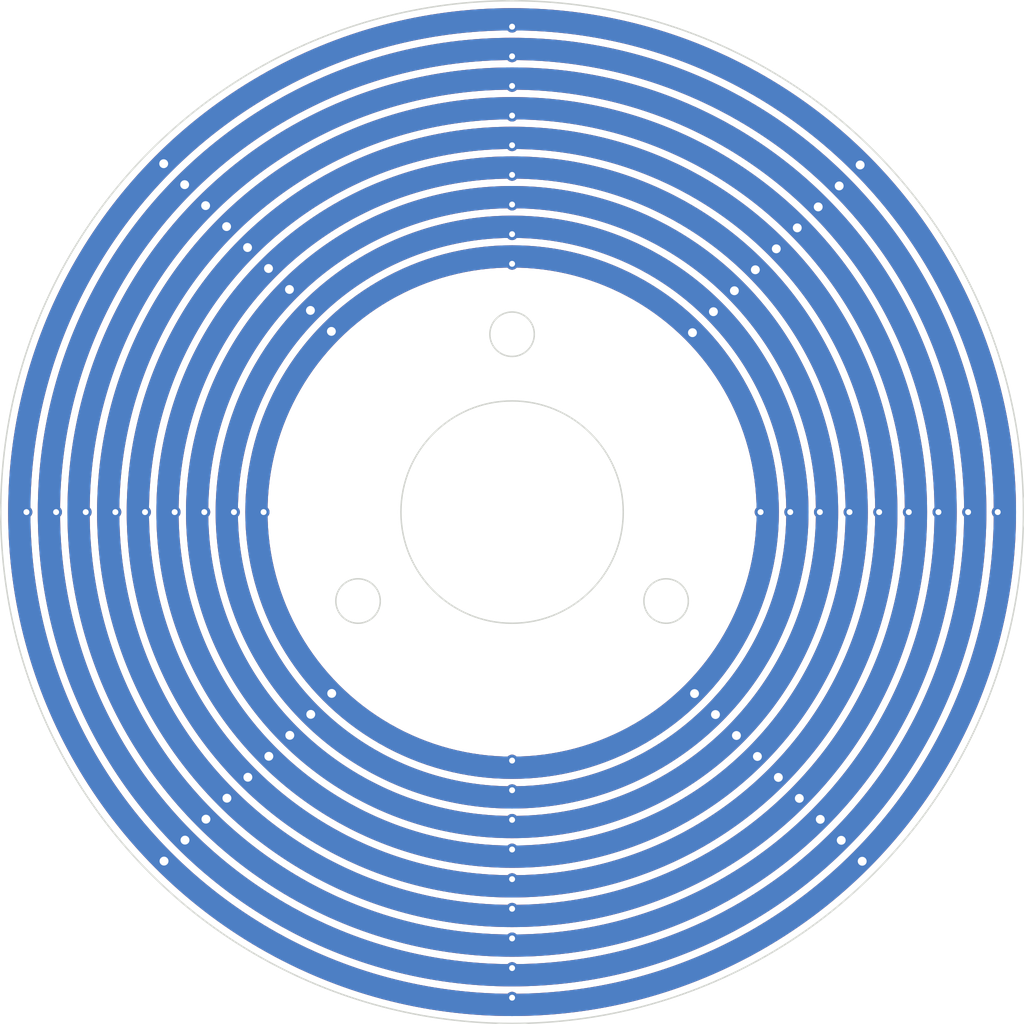
<source format=kicad_pcb>
(kicad_pcb
	(version 20241229)
	(generator "pcbnew")
	(generator_version "9.0")
	(general
		(thickness 1.6)
		(legacy_teardrops no)
	)
	(paper "A4")
	(layers
		(0 "F.Cu" signal)
		(2 "B.Cu" signal)
		(9 "F.Adhes" user "F.Adhesive")
		(11 "B.Adhes" user "B.Adhesive")
		(13 "F.Paste" user)
		(15 "B.Paste" user)
		(5 "F.SilkS" user "F.Silkscreen")
		(7 "B.SilkS" user "B.Silkscreen")
		(1 "F.Mask" user)
		(3 "B.Mask" user)
		(17 "Dwgs.User" user "User.Drawings")
		(19 "Cmts.User" user "User.Comments")
		(21 "Eco1.User" user "User.Eco1")
		(23 "Eco2.User" user "User.Eco2")
		(25 "Edge.Cuts" user)
		(27 "Margin" user)
		(31 "F.CrtYd" user "F.Courtyard")
		(29 "B.CrtYd" user "B.Courtyard")
		(35 "F.Fab" user)
		(33 "B.Fab" user)
		(39 "User.1" user)
		(41 "User.2" user)
		(43 "User.3" user)
		(45 "User.4" user)
	)
	(setup
		(pad_to_mask_clearance 0)
		(allow_soldermask_bridges_in_footprints no)
		(tenting front back)
		(grid_origin 111.467 88.265)
		(pcbplotparams
			(layerselection 0x00000000_00000000_55555555_5755f5ff)
			(plot_on_all_layers_selection 0x00000000_00000000_00000000_00000000)
			(disableapertmacros no)
			(usegerberextensions no)
			(usegerberattributes yes)
			(usegerberadvancedattributes yes)
			(creategerberjobfile yes)
			(dashed_line_dash_ratio 12.000000)
			(dashed_line_gap_ratio 3.000000)
			(svgprecision 4)
			(plotframeref no)
			(mode 1)
			(useauxorigin no)
			(hpglpennumber 1)
			(hpglpenspeed 20)
			(hpglpendiameter 15.000000)
			(pdf_front_fp_property_popups yes)
			(pdf_back_fp_property_popups yes)
			(pdf_metadata yes)
			(pdf_single_document no)
			(dxfpolygonmode yes)
			(dxfimperialunits yes)
			(dxfusepcbnewfont yes)
			(psnegative no)
			(psa4output no)
			(plot_black_and_white yes)
			(sketchpadsonfab no)
			(plotpadnumbers no)
			(hidednponfab no)
			(sketchdnponfab yes)
			(crossoutdnponfab yes)
			(subtractmaskfromsilk no)
			(outputformat 1)
			(mirror no)
			(drillshape 0)
			(scaleselection 1)
			(outputdirectory "C:/Users/bhavy/OneDrive/Documents/GitHub/IMU-Turntable/build/PCB/X_pogo-ring/X_pogo-ring_GERBER/X_pogo-ring_DRILL/")
		)
	)
	(net 0 "")
	(net 1 "1")
	(net 2 "2")
	(net 3 "3")
	(net 4 "4")
	(net 5 "5")
	(net 6 "6")
	(net 7 "7")
	(net 8 "8")
	(net 9 "9")
	(gr_circle
		(center 111.467 88.265)
		(end 169.967 88.265)
		(stroke
			(width 3)
			(type solid)
		)
		(fill no)
		(layer "F.Cu")
		(net 7)
		(uuid "0207a65d-a442-4472-ad4b-e0b6c6794227")
	)
	(gr_circle
		(center 111.467 88.265)
		(end 153.967 88.265)
		(stroke
			(width 3)
			(type solid)
		)
		(fill no)
		(layer "F.Cu")
		(net 3)
		(uuid "06cecd5f-e377-4c31-9678-b82752d8c72f")
	)
	(gr_circle
		(center 111.467 88.265)
		(end 149.967 88.265)
		(stroke
			(width 3)
			(type solid)
		)
		(fill no)
		(layer "F.Cu")
		(net 2)
		(uuid "16bc7e30-57e8-4bc0-8dce-3e32db6e7b8b")
	)
	(gr_circle
		(center 111.467 88.265)
		(end 165.967 88.265)
		(stroke
			(width 3)
			(type solid)
		)
		(fill no)
		(layer "F.Cu")
		(net 6)
		(uuid "317c1c4c-a2bf-452b-9ffe-e852c797657c")
	)
	(gr_circle
		(center 111.467 88.265)
		(end 161.967 88.265)
		(stroke
			(width 3)
			(type solid)
		)
		(fill no)
		(layer "F.Cu")
		(net 5)
		(uuid "47b03ea6-4bcd-4f00-b393-9cf3ab381319")
	)
	(gr_circle
		(center 111.467 88.265)
		(end 173.967 88.265)
		(stroke
			(width 3)
			(type solid)
		)
		(fill no)
		(layer "F.Cu")
		(net 8)
		(uuid "88350ff0-0601-4549-a8d7-152b0b3ac63a")
	)
	(gr_circle
		(center 111.467 88.265)
		(end 145.967 88.265)
		(stroke
			(width 3)
			(type solid)
		)
		(fill no)
		(layer "F.Cu")
		(net 1)
		(uuid "93142da1-ed91-4ab3-95f6-c582866494c8")
	)
	(gr_circle
		(center 111.467 88.265)
		(end 157.967 88.265)
		(stroke
			(width 3)
			(type solid)
		)
		(fill no)
		(layer "F.Cu")
		(net 4)
		(uuid "97544ca9-04e4-43e3-a5ef-ffa392366e8e")
	)
	(gr_circle
		(center 111.467 88.265)
		(end 177.967 88.265)
		(stroke
			(width 3)
			(type solid)
		)
		(fill no)
		(layer "F.Cu")
		(net 9)
		(uuid "a79fc40f-0570-4a85-a82c-b238b2dc5ad8")
	)
	(gr_circle
		(center 111.467 88.265)
		(end 173.967 88.265)
		(stroke
			(width 3)
			(type solid)
		)
		(fill no)
		(layer "B.Cu")
		(net 8)
		(uuid "086beef9-4e46-4682-86ac-a841c1ecb9a1")
	)
	(gr_circle
		(center 111.467 88.265)
		(end 153.967 88.265)
		(stroke
			(width 3)
			(type solid)
		)
		(fill no)
		(layer "B.Cu")
		(net 3)
		(uuid "1d24ab49-eab5-494d-aa8f-641630e27188")
	)
	(gr_circle
		(center 111.467 88.265)
		(end 169.967 88.265)
		(stroke
			(width 3)
			(type solid)
		)
		(fill no)
		(layer "B.Cu")
		(net 7)
		(uuid "2a7677e8-d810-474f-8b64-bae514b8b63f")
	)
	(gr_circle
		(center 111.467 88.265)
		(end 177.967 88.265)
		(stroke
			(width 3)
			(type solid)
		)
		(fill no)
		(layer "B.Cu")
		(net 9)
		(uuid "2d030b05-1322-483c-a99a-66d5264251f9")
	)
	(gr_circle
		(center 111.467 88.265)
		(end 161.967 88.265)
		(stroke
			(width 3)
			(type solid)
		)
		(fill no)
		(layer "B.Cu")
		(net 5)
		(uuid "4fbabc3d-5c4b-4cc6-87ce-21eaee04acd8")
	)
	(gr_circle
		(center 111.467 88.265)
		(end 165.967 88.265)
		(stroke
			(width 3)
			(type solid)
		)
		(fill no)
		(layer "B.Cu")
		(net 6)
		(uuid "7eb0af4c-6d1a-454d-9d83-724f935de261")
	)
	(gr_circle
		(center 111.467 88.265)
		(end 157.967 88.265)
		(stroke
			(width 3)
			(type solid)
		)
		(fill no)
		(layer "B.Cu")
		(net 4)
		(uuid "9018abab-c5a5-4ac5-a4dd-52dcba0ea02c")
	)
	(gr_circle
		(center 111.467 88.265)
		(end 145.967 88.265)
		(stroke
			(width 3)
			(type solid)
		)
		(fill no)
		(layer "B.Cu")
		(net 1)
		(uuid "9abd5089-2a62-43d7-9fe0-c49bfbdab3db")
	)
	(gr_circle
		(center 111.467 88.265)
		(end 149.967 88.265)
		(stroke
			(width 3)
			(type solid)
		)
		(fill no)
		(layer "B.Cu")
		(net 2)
		(uuid "e685d331-b67e-4c00-a298-844c28bfa887")
	)
	(gr_circle
		(center 111.467 88.265)
		(end 180.467 88.265)
		(stroke
			(width 0.2)
			(type solid)
		)
		(fill no)
		(layer "Edge.Cuts")
		(uuid "00e949d0-da5e-44bc-8186-d57ddbd4156b")
	)
	(gr_circle
		(center 132.25161 100.265)
		(end 135.25161 100.265)
		(stroke
			(width 0.2)
			(type solid)
		)
		(fill no)
		(layer "Edge.Cuts")
		(uuid "2646a430-638e-433a-a83a-b55a7da25ae2")
	)
	(gr_circle
		(center 111.467 64.265)
		(end 114.467 64.265)
		(stroke
			(width 0.2)
			(type solid)
		)
		(fill no)
		(layer "Edge.Cuts")
		(uuid "59641e63-72d8-428f-a0ec-3558928c7b0d")
	)
	(gr_circle
		(center 90.68239 100.265)
		(end 93.68239 100.265)
		(stroke
			(width 0.2)
			(type solid)
		)
		(fill no)
		(layer "Edge.Cuts")
		(uuid "bc181a0c-39e6-4640-9164-8468063ee6cc")
	)
	(gr_circle
		(center 111.467 88.265)
		(end 126.467 88.265)
		(stroke
			(width 0.2)
			(type solid)
		)
		(fill no)
		(layer "Edge.Cuts")
		(uuid "ddbb7fd2-de7e-4dd5-adf1-456561fe1ca4")
	)
	(via
		(at 87.128135 112.730865)
		(size 2)
		(drill 1.2)
		(layers "F.Cu" "B.Cu")
		(free yes)
		(net 1)
		(uuid "22085882-4dab-4318-ae2b-cd58b23beebf")
	)
	(via
		(at 136.083583 112.754583)
		(size 2)
		(drill 1.2)
		(layers "F.Cu" "B.Cu")
		(free yes)
		(net 1)
		(uuid "22711bb3-980a-46da-bade-18a422e14234")
	)
	(via
		(at 111.467 54.765)
		(size 1.6)
		(drill 0.8)
		(layers "F.Cu" "B.Cu")
		(free yes)
		(net 1)
		(uuid "ad9d12a2-36ed-43fd-a478-25431abf9202")
	)
	(via
		(at 144.998 88.265)
		(size 1.6)
		(drill 0.8)
		(layers "F.Cu" "B.Cu")
		(free yes)
		(net 1)
		(uuid "c5623480-07c8-4004-9155-7d6388cd2d62")
	)
	(via
		(at 77.936 88.265)
		(size 1.6)
		(drill 0.8)
		(layers "F.Cu" "B.Cu")
		(free yes)
		(net 1)
		(uuid "cd40b16e-9060-4fe5-8eca-616f4e7448ab")
	)
	(via
		(at 111.467 121.794)
		(size 1.6)
		(drill 0.8)
		(layers "F.Cu" "B.Cu")
		(free yes)
		(net 1)
		(uuid "d5886b68-6735-4998-a5c7-7cf765e5714b")
	)
	(via
		(at 135.805865 64.053135)
		(size 2)
		(drill 1.2)
		(layers "F.Cu" "B.Cu")
		(free yes)
		(net 1)
		(uuid "edddd3f5-f48d-4a8b-9943-799a91583636")
	)
	(via
		(at 87.083 63.881)
		(size 2)
		(drill 1.2)
		(layers "F.Cu" "B.Cu")
		(free yes)
		(net 1)
		(uuid "ee42a3e6-714f-401e-976e-faf975ec937d")
	)
	(via
		(at 148.998 88.265)
		(size 1.6)
		(drill 0.8)
		(layers "F.Cu" "B.Cu")
		(free yes)
		(net 2)
		(uuid "117969eb-a990-4320-be01-15e6c9359699")
	)
	(via
		(at 111.467 125.794)
		(size 1.6)
		(drill 0.8)
		(layers "F.Cu" "B.Cu")
		(free yes)
		(net 2)
		(uuid "322df605-1a2f-4721-84e7-cb07dbe63507")
	)
	(via
		(at 84.254573 61.052573)
		(size 2)
		(drill 1.2)
		(layers "F.Cu" "B.Cu")
		(free yes)
		(net 2)
		(uuid "5cd3f10a-803a-465b-9af8-2be92fc41e05")
	)
	(via
		(at 73.936 88.265)
		(size 1.6)
		(drill 0.8)
		(layers "F.Cu" "B.Cu")
		(free yes)
		(net 2)
		(uuid "6e0ca517-fade-4256-aadb-cf56daab5d0b")
	)
	(via
		(at 84.299708 115.559292)
		(size 2)
		(drill 1.2)
		(layers "F.Cu" "B.Cu")
		(free yes)
		(net 2)
		(uuid "7d1efc94-2169-44c9-b30a-e65d587bf15d")
	)
	(via
		(at 138.634292 61.224708)
		(size 2)
		(drill 1.2)
		(layers "F.Cu" "B.Cu")
		(free yes)
		(net 2)
		(uuid "9cf0edef-4dc4-4246-a34f-f704987b0436")
	)
	(via
		(at 138.91201 115.58301)
		(size 2)
		(drill 1.2)
		(layers "F.Cu" "B.Cu")
		(free yes)
		(net 2)
		(uuid "ad6893a1-cae0-4710-9d46-22a94509337c")
	)
	(via
		(at 111.467 50.765)
		(size 1.6)
		(drill 0.8)
		(layers "F.Cu" "B.Cu")
		(free yes)
		(net 2)
		(uuid "f1aa4b2d-76c2-4ee8-9016-b5ea71946c11")
	)
	(via
		(at 81.426146 58.224146)
		(size 2)
		(drill 1.2)
		(layers "F.Cu" "B.Cu")
		(free yes)
		(net 3)
		(uuid "45dbf971-cd57-433b-9167-6ccc7ff13b21")
	)
	(via
		(at 69.936 88.265)
		(size 1.6)
		(drill 0.8)
		(layers "F.Cu" "B.Cu")
		(free yes)
		(net 3)
		(uuid "4ad40b18-dca2-4506-91cd-e80fe83bf157")
	)
	(via
		(at 81.471281 118.387719)
		(size 2)
		(drill 1.2)
		(layers "F.Cu" "B.Cu")
		(free yes)
		(net 3)
		(uuid "670fdbd8-c612-4c6a-acd7-eeebff7e06cd")
	)
	(via
		(at 111.467 46.765)
		(size 1.6)
		(drill 0.8)
		(layers "F.Cu" "B.Cu")
		(free yes)
		(net 3)
		(uuid "828676b5-5cc9-44d1-89da-ab3e45a650ae")
	)
	(via
		(at 152.998 88.265)
		(size 1.6)
		(drill 0.8)
		(layers "F.Cu" "B.Cu")
		(free yes)
		(net 3)
		(uuid "96bc3ef6-a30f-4123-9d4a-450c6bc979b8")
	)
	(via
		(at 141.740437 118.411437)
		(size 2)
		(drill 1.2)
		(layers "F.Cu" "B.Cu")
		(free yes)
		(net 3)
		(uuid "a5ec846f-f287-4310-b794-e06add126386")
	)
	(via
		(at 111.467 129.794)
		(size 1.6)
		(drill 0.8)
		(layers "F.Cu" "B.Cu")
		(free yes)
		(net 3)
		(uuid "f36c5736-4165-4c03-b514-8f1a79a94980")
	)
	(via
		(at 141.462719 58.396281)
		(size 2)
		(drill 1.2)
		(layers "F.Cu" "B.Cu")
		(free yes)
		(net 3)
		(uuid "f42abace-783c-4def-a108-07574adf5e8f")
	)
	(via
		(at 111.467 42.765)
		(size 1.6)
		(drill 0.8)
		(layers "F.Cu" "B.Cu")
		(free yes)
		(net 4)
		(uuid "03e5e273-0abf-49b6-b383-ea96d19ed413")
	)
	(via
		(at 78.642854 121.216146)
		(size 2)
		(drill 1.2)
		(layers "F.Cu" "B.Cu")
		(free yes)
		(net 4)
		(uuid "2258c64a-1675-4db7-9322-d5dfe12894ef")
	)
	(via
		(at 156.998 88.265)
		(size 1.6)
		(drill 0.8)
		(layers "F.Cu" "B.Cu")
		(free yes)
		(net 4)
		(uuid "466d28ea-fbdb-43cd-8e59-64bf0581bf48")
	)
	(via
		(at 78.597719 55.395719)
		(size 2)
		(drill 1.2)
		(layers "F.Cu" "B.Cu")
		(free yes)
		(net 4)
		(uuid "88048882-574f-4c12-bc7b-1eb2b85dbf33")
	)
	(via
		(at 144.291146 55.567854)
		(size 2)
		(drill 1.2)
		(layers "F.Cu" "B.Cu")
		(free yes)
		(net 4)
		(uuid "ab0275a7-b135-461f-bb5b-5597809504cf")
	)
	(via
		(at 111.467 133.794)
		(size 1.6)
		(drill 0.8)
		(layers "F.Cu" "B.Cu")
		(free yes)
		(net 4)
		(uuid "b00e97ce-0a54-442a-a63e-5de5523b7829")
	)
	(via
		(at 65.936 88.265)
		(size 1.6)
		(drill 0.8)
		(layers "F.Cu" "B.Cu")
		(free yes)
		(net 4)
		(uuid "cd600688-d9ba-4530-be50-e34c77ffe619")
	)
	(via
		(at 144.568864 121.239864)
		(size 2)
		(drill 1.2)
		(layers "F.Cu" "B.Cu")
		(free yes)
		(net 4)
		(uuid "d3d3161a-095e-4e93-be57-f5babfffc799")
	)
	(via
		(at 160.998 88.265)
		(size 1.6)
		(drill 0.8)
		(layers "F.Cu" "B.Cu")
		(free yes)
		(net 5)
		(uuid "0968f936-6a77-47c7-be39-8a175fc0d3b2")
	)
	(via
		(at 61.936 88.265)
		(size 1.6)
		(drill 0.8)
		(layers "F.Cu" "B.Cu")
		(free yes)
		(net 5)
		(uuid "1049d1a3-34e8-4b47-9041-585592804167")
	)
	(via
		(at 75.814427 124.044573)
		(size 2)
		(drill 1.2)
		(layers "F.Cu" "B.Cu")
		(free yes)
		(net 5)
		(uuid "11172f96-e747-4ca9-9adf-6e7db55392fa")
	)
	(via
		(at 147.119573 52.739427)
		(size 2)
		(drill 1.2)
		(layers "F.Cu" "B.Cu")
		(free yes)
		(net 5)
		(uuid "3d43a34b-a0e8-4882-9f4a-b9af05aa9509")
	)
	(via
		(at 111.467 137.794)
		(size 1.6)
		(drill 0.8)
		(layers "F.Cu" "B.Cu")
		(free yes)
		(net 5)
		(uuid "4cbe44a5-f7f0-44fa-82ac-f585e5821f98")
	)
	(via
		(at 147.397291 124.068291)
		(size 2)
		(drill 1.2)
		(layers "F.Cu" "B.Cu")
		(free yes)
		(net 5)
		(uuid "720a85b2-5f02-4e49-8b13-de44b739de56")
	)
	(via
		(at 111.467 38.765)
		(size 1.6)
		(drill 0.8)
		(layers "F.Cu" "B.Cu")
		(free yes)
		(net 5)
		(uuid "8b486dcd-c300-4608-bf44-34f2903e95ee")
	)
	(via
		(at 75.769292 52.567292)
		(size 2)
		(drill 1.2)
		(layers "F.Cu" "B.Cu")
		(free yes)
		(net 5)
		(uuid "f1fe3517-c07e-489a-af3f-07f8b82fd8a6")
	)
	(via
		(at 72.940865 49.738865)
		(size 2)
		(drill 1.2)
		(layers "F.Cu" "B.Cu")
		(free yes)
		(net 6)
		(uuid "1b038aa8-63e6-459c-a6fd-45d6deb943d6")
	)
	(via
		(at 149.948 49.911)
		(size 2)
		(drill 1.2)
		(layers "F.Cu" "B.Cu")
		(free yes)
		(net 6)
		(uuid "2a14bfdc-63ee-4745-802c-5981fbc28e05")
	)
	(via
		(at 111.467 34.765)
		(size 1.6)
		(drill 0.8)
		(layers "F.Cu" "B.Cu")
		(free yes)
		(net 6)
		(uuid "2b8c8da3-28a7-42f1-9f59-a1c6a275e933")
	)
	(via
		(at 164.998 88.265)
		(size 1.6)
		(drill 0.8)
		(layers "F.Cu" "B.Cu")
		(free yes)
		(net 6)
		(uuid "4c0e6c96-1f32-4248-aa89-18a43f5ddacd")
	)
	(via
		(at 57.936 88.265)
		(size 1.6)
		(drill 0.8)
		(layers "F.Cu" "B.Cu")
		(free yes)
		(net 6)
		(uuid "a05beafc-e4c2-4029-859f-cdce12ab3b84")
	)
	(via
		(at 111.467 141.794)
		(size 1.6)
		(drill 0.8)
		(layers "F.Cu" "B.Cu")
		(free yes)
		(net 6)
		(uuid "c5faff21-1c0a-4266-beea-8aa4a763aadf")
	)
	(via
		(at 150.225718 126.896718)
		(size 2)
		(drill 1.2)
		(layers "F.Cu" "B.Cu")
		(free yes)
		(net 6)
		(uuid "e63c9085-610f-4ce8-bf18-902976bdc759")
	)
	(via
		(at 72.986 126.873)
		(size 2)
		(drill 1.2)
		(layers "F.Cu" "B.Cu")
		(free yes)
		(net 6)
		(uuid "e8ab29a2-3a2e-4a02-bf37-6dd18759269a")
	)
	(via
		(at 70.112437 46.910437)
		(size 2)
		(drill 1.2)
		(layers "F.Cu" "B.Cu")
		(free yes)
		(net 7)
		(uuid "09b97c84-e058-4a83-a04e-20be573c5c6e")
	)
	(via
		(at 53.936 88.265)
		(size 1.6)
		(drill 0.8)
		(layers "F.Cu" "B.Cu")
		(free yes)
		(net 7)
		(uuid "2feb2391-79b8-4342-b3d6-d744b63a2e5e")
	)
	(via
		(at 152.776428 47.082572)
		(size 2)
		(drill 1.2)
		(layers "F.Cu" "B.Cu")
		(free yes)
		(net 7)
		(uuid "41372f81-858d-46a7-a37a-d0988f188b08")
	)
	(via
		(at 168.998 88.265)
		(size 1.6)
		(drill 0.8)
		(layers "F.Cu" "B.Cu")
		(free yes)
		(net 7)
		(uuid "63d1ffcd-fc23-4a09-84f1-47a7de604630")
	)
	(via
		(at 111.467 30.765)
		(size 1.6)
		(drill 0.8)
		(layers "F.Cu" "B.Cu")
		(free yes)
		(net 7)
		(uuid "8fc70e9e-ce32-49bd-8596-9312c8002d88")
	)
	(via
		(at 153.054146 129.725146)
		(size 2)
		(drill 1.2)
		(layers "F.Cu" "B.Cu")
		(free yes)
		(net 7)
		(uuid "b139930f-1967-4ccc-b054-8b05faf8100e")
	)
	(via
		(at 70.157572 129.701428)
		(size 2)
		(drill 1.2)
		(layers "F.Cu" "B.Cu")
		(free yes)
		(net 7)
		(uuid "b6e87277-c27c-42cd-8d64-3ce9fec8fd4b")
	)
	(via
		(at 111.467 145.794)
		(size 1.6)
		(drill 0.8)
		(layers "F.Cu" "B.Cu")
		(free yes)
		(net 7)
		(uuid "d4c7e9b3-54d0-4743-9a4c-0965c60dd2d7")
	)
	(via
		(at 67.329145 132.529855)
		(size 2)
		(drill 1.2)
		(layers "F.Cu" "B.Cu")
		(free yes)
		(net 8)
		(uuid "2eb0f66c-87c4-4c27-8f99-893ce7861bf2")
	)
	(via
		(at 49.936 88.265)
		(size 1.6)
		(drill 0.8)
		(layers "F.Cu" "B.Cu")
		(free yes)
		(net 8)
		(uuid "3a369cba-3b9e-4f67-8073-e160c78c4075")
	)
	(via
		(at 111.467 26.765)
		(size 1.6)
		(drill 0.8)
		(layers "F.Cu" "B.Cu")
		(free yes)
		(net 8)
		(uuid "44e32a4e-ef4f-42d1-881d-8a22ab3e970a")
	)
	(via
		(at 155.882573 132.553573)
		(size 2)
		(drill 1.2)
		(layers "F.Cu" "B.Cu")
		(free yes)
		(net 8)
		(uuid "6335be16-ddd7-4345-b224-1d2c03f09055")
	)
	(via
		(at 155.604855 44.254145)
		(size 2)
		(drill 1.2)
		(layers "F.Cu" "B.Cu")
		(free yes)
		(net 8)
		(uuid "7e274bc4-6bdb-4179-9f4d-5b386b73fbad")
	)
	(via
		(at 172.998 88.265)
		(size 1.6)
		(drill 0.8)
		(layers "F.Cu" "B.Cu")
		(free yes)
		(net 8)
		(uuid "9680f372-db3a-4bdb-b730-cbf6210fd5be")
	)
	(via
		(at 67.28401 44.08201)
		(size 2)
		(drill 1.2)
		(layers "F.Cu" "B.Cu")
		(free yes)
		(net 8)
		(uuid "9b834ec8-1f8f-433c-98d9-9772e3901759")
	)
	(via
		(at 111.467 149.794)
		(size 1.6)
		(drill 0.8)
		(layers "F.Cu" "B.Cu")
		(free yes)
		(net 8)
		(uuid "be29af2b-a876-48d3-aaf0-ff5d1aa3786b")
	)
	(via
		(at 158.711 135.382)
		(size 2)
		(drill 1.2)
		(layers "F.Cu" "B.Cu")
		(free yes)
		(net 9)
		(uuid "03eda79f-ea2c-4ffb-9503-249b506f3894")
	)
	(via
		(at 64.455583 41.253583)
		(size 2)
		(drill 1.2)
		(layers "F.Cu" "B.Cu")
		(free yes)
		(net 9)
		(uuid "17046889-c081-495e-ad6a-0aee4e31bb4c")
	)
	(via
		(at 64.500718 135.358282)
		(size 2)
		(drill 1.2)
		(layers "F.Cu" "B.Cu")
		(free yes)
		(net 9)
		(uuid "55bbe4c5-ffaa-4d91-b02f-01fb5ce1ae2d")
	)
	(via
		(at 158.433282 41.425718)
		(size 2)
		(drill 1.2)
		(layers "F.Cu" "B.Cu")
		(free yes)
		(net 9)
		(uuid "a5979470-616f-40ea-a472-1cb213e88e24")
	)
	(via
		(at 111.467 153.794)
		(size 1.6)
		(drill 0.8)
		(layers "F.Cu" "B.Cu")
		(free yes)
		(net 9)
		(uuid "a746518c-785c-44eb-902a-86c32e3024aa")
	)
	(via
		(at 111.467 22.765)
		(size 1.6)
		(drill 0.8)
		(layers "F.Cu" "B.Cu")
		(free yes)
		(net 9)
		(uuid "b61ee0fc-48fd-48f5-b1fd-e0dbbd23bc12")
	)
	(via
		(at 176.998 88.265)
		(size 1.6)
		(drill 0.8)
		(layers "F.Cu" "B.Cu")
		(free yes)
		(net 9)
		(uuid "e45d76f4-4bbc-4973-8f1e-0d3c51d7d6f5")
	)
	(via
		(at 45.936 88.265)
		(size 1.6)
		(drill 0.8)
		(layers "F.Cu" "B.Cu")
		(free yes)
		(net 9)
		(uuid "f386c5c5-6df3-4c9c-ab9c-4bc0b2e2bde4")
	)
	(embedded_fonts no)
)

</source>
